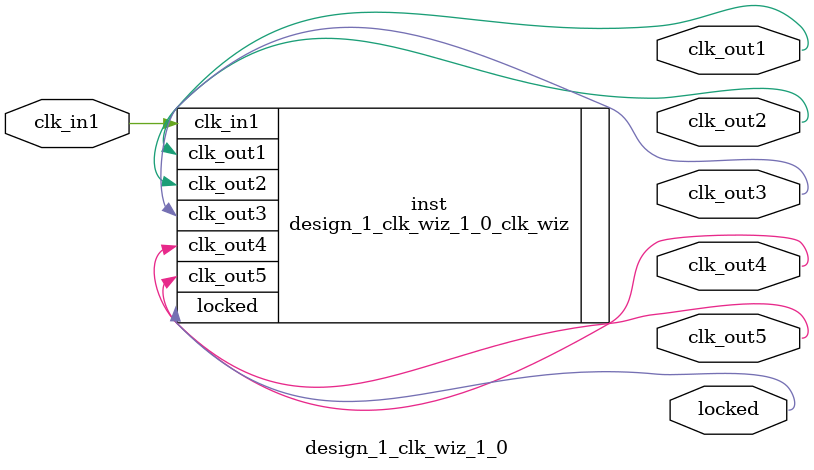
<source format=v>


`timescale 1ps/1ps

(* CORE_GENERATION_INFO = "design_1_clk_wiz_1_0,clk_wiz_v5_4_2_0,{component_name=design_1_clk_wiz_1_0,use_phase_alignment=true,use_min_o_jitter=false,use_max_i_jitter=false,use_dyn_phase_shift=false,use_inclk_switchover=false,use_dyn_reconfig=false,enable_axi=0,feedback_source=FDBK_AUTO,PRIMITIVE=MMCM,num_out_clk=5,clkin1_period=20.002,clkin2_period=10.0,use_power_down=false,use_reset=false,use_locked=true,use_inclk_stopped=false,feedback_type=SINGLE,CLOCK_MGR_TYPE=NA,manual_override=false}" *)

module design_1_clk_wiz_1_0 
 (
  // Clock out ports
  output        clk_out1,
  output        clk_out2,
  output        clk_out3,
  output        clk_out4,
  output        clk_out5,
  // Status and control signals
  output        locked,
 // Clock in ports
  input         clk_in1
 );

  design_1_clk_wiz_1_0_clk_wiz inst
  (
  // Clock out ports  
  .clk_out1(clk_out1),
  .clk_out2(clk_out2),
  .clk_out3(clk_out3),
  .clk_out4(clk_out4),
  .clk_out5(clk_out5),
  // Status and control signals               
  .locked(locked),
 // Clock in ports
  .clk_in1(clk_in1)
  );

endmodule

</source>
